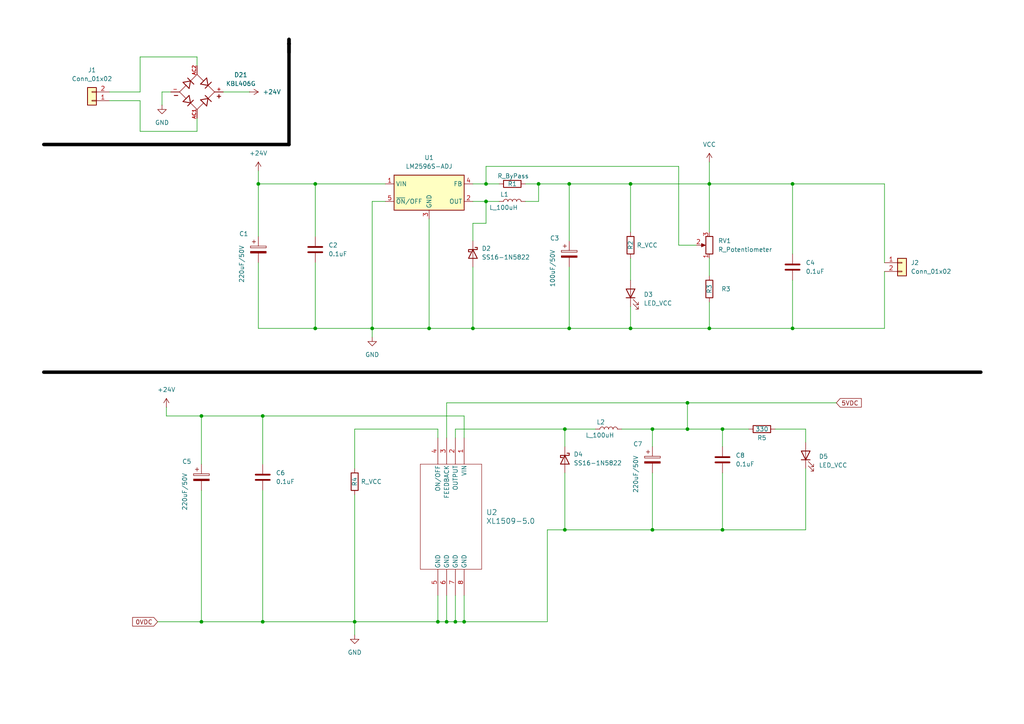
<source format=kicad_sch>
(kicad_sch (version 20250114) (generator "eeschema") (generator_version "9.0")
  (paper "A4")
  (lib_symbols
    (symbol "Connector_Generic:Conn_01x02" (pin_names (offset 1.016) (hide yes))
      (property "Reference" "J" (at 0 2.54 0))
      (property "Value" "Conn_01x02" (at 0 -5.08 0))
      (symbol "Conn_01x02_1_1"
        (rectangle (start -1.27 1.27) (end 1.27 -3.81) (stroke (width 0.254)) (fill (type background)))
        (rectangle (start -1.27 0.127) (end 0 -0.127) (stroke (width 0.1524)))
        (rectangle (start -1.27 -2.413) (end 0 -2.667) (stroke (width 0.1524)))
        (pin passive line (at -5.08 0 0) (length 3.81) (name "Pin_1") (number "1"))
        (pin passive line (at -5.08 -2.54 0) (length 3.81) (name "Pin_2") (number "2"))
      )
    )
    (symbol "Device:C" (pin_numbers (hide yes)) (pin_names (offset 0.254))
      (property "Reference" "C" (at 0.635 2.54 0))
      (property "Value" "C" (at 0.635 -2.54 0))
      (symbol "C_0_1"
        (polyline (pts (xy -2.032 0.762) (xy 2.032 0.762)) (stroke (width 0.508)))
        (polyline (pts (xy -2.032 -0.762) (xy 2.032 -0.762)) (stroke (width 0.508)))
      )
      (symbol "C_1_1"
        (pin passive line (at 0 3.81 270) (length 2.794) (name "~") (number "1"))
        (pin passive line (at 0 -3.81 90) (length 2.794) (name "~") (number "2"))
      )
    )
    (symbol "Device:C_Polarized" (pin_numbers (hide yes)) (pin_names (offset 0.254))
      (property "Reference" "C" (at 0.635 2.54 0))
      (property "Value" "C_Polarized" (at 0.635 -2.54 0))
      (symbol "C_Polarized_0_1"
        (rectangle (start -2.286 0.508) (end 2.286 1.016))
        (polyline (pts (xy -1.778 2.286) (xy -0.762 2.286)))
        (polyline (pts (xy -1.27 2.794) (xy -1.27 1.778)))
        (rectangle (start 2.286 -0.508) (end -2.286 -1.016) (fill (type outline)))
      )
      (symbol "C_Polarized_1_1"
        (pin passive line (at 0 3.81 270) (length 2.794) (name "~") (number "1"))
        (pin passive line (at 0 -3.81 90) (length 2.794) (name "~") (number "2"))
      )
    )
    (symbol "Device:L" (pin_numbers (hide yes)) (pin_names (offset 1.016) (hide yes))
      (property "Reference" "L" (at -1.27 0 90))
      (property "Value" "L" (at 1.905 0 90))
      (symbol "L_0_1"
        (arc (start 0 2.54) (mid 0.6323 1.905) (end 0 1.27))
        (arc (start 0 1.27) (mid 0.6323 0.635) (end 0 0))
        (arc (start 0 0) (mid 0.6323 -0.635) (end 0 -1.27))
        (arc (start 0 -1.27) (mid 0.6323 -1.905) (end 0 -2.54))
      )
      (symbol "L_1_1"
        (pin passive line (at 0 3.81 270) (length 1.27) (name "1") (number "1"))
        (pin passive line (at 0 -3.81 90) (length 1.27) (name "2") (number "2"))
      )
    )
    (symbol "Device:LED" (pin_numbers (hide yes)) (pin_names (offset 1.016) (hide yes))
      (property "Reference" "D" (at 0 2.54 0))
      (property "Value" "LED" (at 0 -2.54 0))
      (symbol "LED_0_1"
        (polyline (pts (xy -3.048 -0.762) (xy -4.572 -2.286) (xy -3.81 -2.286) (xy -4.572 -2.286) (xy -4.572 -1.524)))
        (polyline (pts (xy -1.778 -0.762) (xy -3.302 -2.286) (xy -2.54 -2.286) (xy -3.302 -2.286) (xy -3.302 -1.524)))
        (polyline (pts (xy -1.27 0) (xy 1.27 0)))
        (polyline (pts (xy -1.27 -1.27) (xy -1.27 1.27)) (stroke (width 0.254)))
        (polyline (pts (xy 1.27 -1.27) (xy 1.27 1.27) (xy -1.27 0) (xy 1.27 -1.27)) (stroke (width 0.254)))
      )
      (symbol "LED_1_1"
        (pin passive line (at -3.81 0 0) (length 2.54) (name "K") (number "1"))
        (pin passive line (at 3.81 0 180) (length 2.54) (name "A") (number "2"))
      )
    )
    (symbol "Device:R" (pin_numbers (hide yes)) (pin_names (offset 0))
      (property "Reference" "R" (at 2.032 0 90))
      (property "Value" "R" (at 0 0 90))
      (symbol "R_0_1"
        (rectangle (start -1.016 -2.54) (end 1.016 2.54) (stroke (width 0.254)))
      )
      (symbol "R_1_1"
        (pin passive line (at 0 3.81 270) (length 1.27) (name "~") (number "1"))
        (pin passive line (at 0 -3.81 90) (length 1.27) (name "~") (number "2"))
      )
    )
    (symbol "Device:R_Potentiometer" (pin_names (offset 1.016) (hide yes))
      (property "Reference" "RV" (at -4.445 0 90))
      (property "Value" "R_Potentiometer" (at -2.54 0 90))
      (symbol "R_Potentiometer_0_1"
        (rectangle (start 1.016 2.54) (end -1.016 -2.54) (stroke (width 0.254)))
        (polyline (pts (xy 1.143 0) (xy 2.286 0.508) (xy 2.286 -0.508) (xy 1.143 0)) (fill (type outline)))
        (polyline (pts (xy 2.54 0) (xy 1.524 0)))
      )
      (symbol "R_Potentiometer_1_1"
        (pin passive line (at 0 3.81 270) (length 1.27) (name "1") (number "1"))
        (pin passive line (at 0 -3.81 90) (length 1.27) (name "3") (number "3"))
        (pin passive line (at 3.81 0 180) (length 1.27) (name "2") (number "2"))
      )
    )
    (symbol "Diode:SB5H90" (pin_numbers (hide yes)) (pin_names (offset 1.016) (hide yes))
      (property "Reference" "D" (at 0 2.54 0))
      (property "Value" "SB5H90" (at 0 -2.54 0))
      (symbol "SB5H90_0_1"
        (polyline (pts (xy -1.905 0.635) (xy -1.905 1.27) (xy -1.27 1.27) (xy -1.27 -1.27) (xy -0.635 -1.27) (xy -0.635 -0.635)) (stroke (width 0.254)))
        (polyline (pts (xy 1.27 1.27) (xy 1.27 -1.27) (xy -1.27 0) (xy 1.27 1.27)) (stroke (width 0.254)))
        (polyline (pts (xy 1.27 0) (xy -1.27 0)))
      )
      (symbol "SB5H90_1_1"
        (pin passive line (at -3.81 0 0) (length 2.54) (name "K") (number "1"))
        (pin passive line (at 3.81 0 180) (length 2.54) (name "A") (number "2"))
      )
    )
    (symbol "My_Symble_Library:KBL406G" (pin_names (offset 1.016))
      (property "Reference" "D" (at 5.08 5.08 0))
      (property "Value" "KBL406G" (at 5.08 -7.62 0))
      (symbol "KBL406G_0_0"
        (polyline (pts (xy -6.858 1.27) (xy -5.842 1.27)) (stroke (width 0.254)))
        (polyline (pts (xy -6.35 0.762) (xy -6.35 1.778)) (stroke (width 0.254)))
        (polyline (pts (xy -5.08 0) (xy -3.175 -1.905)) (stroke (width 0.1524)))
        (polyline (pts (xy -3.175 1.905) (xy -5.08 0)) (stroke (width 0.1524)))
        (polyline (pts (xy -3.175 1.905) (xy -2.794 4.064)) (stroke (width 0.254)))
        (polyline (pts (xy -3.175 1.905) (xy -1.016 2.286)) (stroke (width 0.254)))
        (polyline (pts (xy -3.175 -1.905) (xy -2.794 -4.064)) (stroke (width 0.254)))
        (polyline (pts (xy -3.175 -1.905) (xy -1.016 -2.286)) (stroke (width 0.254)))
        (polyline (pts (xy -2.3622 1.016) (xy -4.1402 2.794)) (stroke (width 0.254)))
        (polyline (pts (xy -2.3622 -1.0668) (xy -4.1402 -2.8448)) (stroke (width 0.254)))
        (polyline (pts (xy -1.016 2.286) (xy -2.794 4.064)) (stroke (width 0.254)))
        (polyline (pts (xy -1.016 -2.286) (xy -2.794 -4.064)) (stroke (width 0.254)))
        (polyline (pts (xy 0 5.08) (xy -1.8034 3.2766)) (stroke (width 0.1524)))
        (polyline (pts (xy 0 -5.08) (xy -1.8034 -3.2766)) (stroke (width 0.1524)))
        (polyline (pts (xy 0 -5.08) (xy 1.905 -3.175)) (stroke (width 0.1524)))
        (polyline (pts (xy 1.905 3.175) (xy 0 5.08)) (stroke (width 0.1524)))
        (polyline (pts (xy 1.905 3.175) (xy 2.286 1.016)) (stroke (width 0.254)))
        (polyline (pts (xy 1.905 3.175) (xy 4.064 2.794)) (stroke (width 0.254)))
        (polyline (pts (xy 1.905 -3.175) (xy 2.286 -1.016)) (stroke (width 0.254)))
        (polyline (pts (xy 1.905 -3.175) (xy 4.064 -2.794)) (stroke (width 0.254)))
        (polyline (pts (xy 2.7178 4.0386) (xy 1.0668 2.3876)) (stroke (width 0.254)))
        (polyline (pts (xy 2.7178 -4.0386) (xy 0.9398 -2.2606)) (stroke (width 0.254)))
        (polyline (pts (xy 3.2766 -1.8034) (xy 5.08 0)) (stroke (width 0.1524)))
        (polyline (pts (xy 4.064 2.794) (xy 2.286 1.016)) (stroke (width 0.254)))
        (polyline (pts (xy 4.064 -2.794) (xy 2.286 -1.016)) (stroke (width 0.254)))
        (polyline (pts (xy 5.08 0) (xy 3.2766 1.8034)) (stroke (width 0.1524)))
        (polyline (pts (xy 5.588 1.016) (xy 6.604 1.016)) (stroke (width 0.254)))
        (pin passive line (at -7.62 0 0) (length 2.54) (name "~") (number "+"))
        (pin passive line (at 0 7.62 270) (length 2.54) (name "~") (number "AC1"))
        (pin passive line (at 0 -7.62 90) (length 2.54) (name "~") (number "AC2"))
        (pin passive line (at 7.62 0 180) (length 2.54) (name "~") (number "-"))
      )
    )
    (symbol "Regulator_Switching:LM2596S-ADJ"
      (property "Reference" "U" (at -10.16 6.35 0))
      (property "Value" "LM2596S-ADJ" (at 0 6.35 0))
      (symbol "LM2596S-ADJ_0_1"
        (rectangle (start -10.16 5.08) (end 10.16 -5.08) (stroke (width 0.254)) (fill (type background)))
      )
      (symbol "LM2596S-ADJ_1_1"
        (pin power_in line (at -12.7 2.54 0) (length 2.54) (name "VIN") (number "1"))
        (pin input line (at -12.7 -2.54 0) (length 2.54) (name "~{ON}/OFF") (number "5"))
        (pin power_in line (at 0 -7.62 90) (length 2.54) (name "GND") (number "3"))
        (pin input line (at 12.7 2.54 180) (length 2.54) (name "FB") (number "4"))
        (pin output line (at 12.7 -2.54 180) (length 2.54) (name "OUT") (number "2"))
      )
    )
    (symbol "XL1509_5V:XL1509-5.0" (pin_names (offset 0.254))
      (property "Reference" "U" (at 22.86 10.16 0))
      (property "Value" "XL1509-5.0" (at 22.86 7.62 0))
      (symbol "XL1509-5.0_0_1"
        (polyline (pts (xy 7.62 5.08) (xy 7.62 -12.7)) (stroke (width 0.127)))
        (polyline (pts (xy 7.62 -12.7) (xy 38.1 -12.7)) (stroke (width 0.127)))
        (polyline (pts (xy 38.1 5.08) (xy 7.62 5.08)) (stroke (width 0.127)))
        (polyline (pts (xy 38.1 -12.7) (xy 38.1 5.08)) (stroke (width 0.127)))
        (pin power_in line (at 0 0 0) (length 7.62) (name "VIN") (number "1"))
        (pin output line (at 0 -2.54 0) (length 7.62) (name "OUTPUT") (number "2"))
        (pin input line (at 0 -5.08 0) (length 7.62) (name "FEEDBACK") (number "3"))
        (pin input line (at 0 -7.62 0) (length 7.62) (name "ON/OFF") (number "4"))
        (pin power_out line (at 45.72 0 180) (length 7.62) (name "GND") (number "8"))
        (pin power_out line (at 45.72 -2.54 180) (length 7.62) (name "GND") (number "7"))
        (pin power_out line (at 45.72 -5.08 180) (length 7.62) (name "GND") (number "6"))
        (pin power_out line (at 45.72 -7.62 180) (length 7.62) (name "GND") (number "5"))
      )
    )
    (symbol "power:+24V" (power) (pin_numbers (hide yes)) (pin_names (offset 0) (hide yes))
      (property "Value" "+24V" (at 0 3.556 0))
      (symbol "+24V_0_1"
        (polyline (pts (xy -0.762 1.27) (xy 0 2.54)))
        (polyline (pts (xy 0 2.54) (xy 0.762 1.27)))
        (polyline (pts (xy 0 0) (xy 0 2.54)))
      )
      (symbol "+24V_1_1"
        (pin power_in line (at 0 0 90) (length 0) (name "~") (number "1"))
      )
    )
    (symbol "power:GND" (power) (pin_numbers (hide yes)) (pin_names (offset 0) (hide yes))
      (property "Value" "GND" (at 0 -3.81 0))
      (symbol "GND_0_1"
        (polyline (pts (xy 0 0) (xy 0 -1.27) (xy 1.27 -1.27) (xy 0 -2.54) (xy -1.27 -1.27) (xy 0 -1.27)))
      )
      (symbol "GND_1_1"
        (pin power_in line (at 0 0 270) (length 0) (name "~") (number "1"))
      )
    )
    (symbol "power:VCC" (power) (pin_numbers (hide yes)) (pin_names (offset 0) (hide yes))
      (property "Value" "VCC" (at 0 3.556 0))
      (symbol "VCC_0_1"
        (polyline (pts (xy -0.762 1.27) (xy 0 2.54)))
        (polyline (pts (xy 0 2.54) (xy 0.762 1.27)))
        (polyline (pts (xy 0 0) (xy 0 2.54)))
      )
      (symbol "VCC_1_1"
        (pin power_in line (at 0 0 90) (length 0) (name "~") (number "1"))
      )
    )
  )
  (junction (at 91.44 53.34))
  (junction (at 205.74 95.25))
  (junction (at 127 180.34))
  (junction (at 199.39 124.46))
  (junction (at 137.16 95.25))
  (junction (at 58.42 180.34))
  (junction (at 134.62 180.34))
  (junction (at 58.42 120.65))
  (junction (at 129.54 180.34))
  (junction (at 102.87 180.34))
  (junction (at 140.97 58.42))
  (junction (at 76.2 120.65))
  (junction (at 199.39 116.84))
  (junction (at 163.83 124.46))
  (junction (at 182.88 95.25))
  (junction (at 163.83 153.67))
  (junction (at 209.55 153.67))
  (junction (at 156.21 53.34))
  (junction (at 205.74 53.34))
  (junction (at 76.2 180.34))
  (junction (at 124.46 95.25))
  (junction (at 229.87 95.25))
  (junction (at 189.23 124.46))
  (junction (at 132.08 180.34))
  (junction (at 229.87 53.34))
  (junction (at 74.93 53.34))
  (junction (at 165.1 95.25))
  (junction (at 165.1 53.34))
  (junction (at 182.88 53.34))
  (junction (at 107.95 95.25))
  (junction (at 189.23 153.67))
  (junction (at 209.55 124.46))
  (junction (at 91.44 95.25))
  (junction (at 140.97 53.34))
  (wire (pts (xy 31.75 26.67) (xy 40.64 26.67)))
  (wire (pts (xy 209.55 124.46) (xy 209.55 129.54)))
  (wire (pts (xy 229.87 95.25) (xy 256.54 95.25)))
  (wire (pts (xy 209.55 153.67) (xy 233.68 153.67)))
  (wire (pts (xy 134.62 172.72) (xy 134.62 180.34)))
  (wire (pts (xy 224.79 124.46) (xy 233.68 124.46)))
  (wire (pts (xy 31.75 29.21) (xy 40.64 29.21)))
  (wire (pts (xy 189.23 153.67) (xy 209.55 153.67)))
  (wire (pts (xy 40.64 38.1) (xy 57.15 38.1)))
  (wire (pts (xy 182.88 67.31) (xy 182.88 53.34)))
  (wire (pts (xy 132.08 180.34) (xy 134.62 180.34)))
  (wire (pts (xy 76.2 142.24) (xy 76.2 180.34)))
  (wire (pts (xy 156.21 53.34) (xy 165.1 53.34)))
  (wire (pts (xy 152.4 58.42) (xy 156.21 58.42)))
  (wire (pts (xy 205.74 53.34) (xy 205.74 67.31)))
  (wire (pts (xy 256.54 78.74) (xy 256.54 95.25)))
  (wire (pts (xy 140.97 58.42) (xy 144.78 58.42)))
  (wire (pts (xy 182.88 74.93) (xy 182.88 81.28)))
  (wire (pts (xy 102.87 135.89) (xy 102.87 124.46)))
  (wire (pts (xy 58.42 142.24) (xy 58.42 180.34)))
  (wire (pts (xy 182.88 88.9) (xy 182.88 95.25)))
  (wire (pts (xy 76.2 180.34) (xy 102.87 180.34)))
  (wire (pts (xy 91.44 53.34) (xy 111.76 53.34)))
  (wire (pts (xy 91.44 76.2) (xy 91.44 95.25)))
  (wire (pts (xy 48.26 118.11) (xy 48.26 120.65)))
  (wire (pts (xy 102.87 143.51) (xy 102.87 180.34)))
  (wire (pts (xy 58.42 120.65) (xy 76.2 120.65)))
  (wire (pts (xy 196.85 48.26) (xy 140.97 48.26)))
  (wire (pts (xy 163.83 124.46) (xy 172.72 124.46)))
  (wire (pts (xy 205.74 46.99) (xy 205.74 53.34)))
  (wire (pts (xy 127 172.72) (xy 127 180.34)))
  (wire (pts (xy 209.55 124.46) (xy 217.17 124.46)))
  (wire (pts (xy 199.39 116.84) (xy 199.39 124.46)))
  (wire (pts (xy 229.87 73.66) (xy 229.87 53.34)))
  (wire (pts (xy 132.08 127) (xy 132.08 124.46)))
  (wire (pts (xy 91.44 95.25) (xy 107.95 95.25)))
  (wire (pts (xy 58.42 120.65) (xy 58.42 134.62)))
  (wire (pts (xy 74.93 95.25) (xy 91.44 95.25)))
  (wire (pts (xy 182.88 95.25) (xy 205.74 95.25)))
  (polyline (pts (xy 12.7 41.91) (xy 83.82 41.91)) (stroke (width 1) (type solid) (color 0 0 0 1)))
  (wire (pts (xy 205.74 95.25) (xy 229.87 95.25)))
  (wire (pts (xy 129.54 116.84) (xy 199.39 116.84)))
  (wire (pts (xy 165.1 95.25) (xy 182.88 95.25)))
  (wire (pts (xy 233.68 135.89) (xy 233.68 153.67)))
  (wire (pts (xy 140.97 58.42) (xy 140.97 64.77)))
  (wire (pts (xy 189.23 124.46) (xy 199.39 124.46)))
  (wire (pts (xy 129.54 172.72) (xy 129.54 180.34)))
  (wire (pts (xy 107.95 95.25) (xy 124.46 95.25)))
  (wire (pts (xy 158.75 153.67) (xy 163.83 153.67)))
  (wire (pts (xy 163.83 153.67) (xy 189.23 153.67)))
  (polyline (pts (xy 83.82 12.7) (xy 83.82 41.91)) (stroke (width 1) (type solid) (color 0 0 0 1)))
  (wire (pts (xy 74.93 76.2) (xy 74.93 95.25)))
  (wire (pts (xy 137.16 64.77) (xy 140.97 64.77)))
  (wire (pts (xy 40.64 16.51) (xy 57.15 16.51)))
  (wire (pts (xy 165.1 77.47) (xy 165.1 95.25)))
  (wire (pts (xy 165.1 53.34) (xy 165.1 69.85)))
  (polyline (pts (xy 83.82 12.7) (xy 83.82 12.7)) (stroke (width 1) (type solid) (color 0 0 0 1)))
  (wire (pts (xy 127 124.46) (xy 127 127)))
  (wire (pts (xy 163.83 124.46) (xy 163.83 129.54)))
  (polyline (pts (xy 12.7 107.95) (xy 284.48 107.95)) (stroke (width 1) (type solid) (color 0 0 0 1)))
  (wire (pts (xy 137.16 77.47) (xy 137.16 95.25)))
  (wire (pts (xy 199.39 116.84) (xy 242.57 116.84)))
  (wire (pts (xy 74.93 53.34) (xy 74.93 68.58)))
  (wire (pts (xy 256.54 76.2) (xy 256.54 53.34)))
  (wire (pts (xy 58.42 180.34) (xy 76.2 180.34)))
  (polyline (pts (xy 83.82 12.7) (xy 83.82 12.7)) (stroke (width 1) (type solid) (color 0 0 0 1)))
  (wire (pts (xy 40.64 29.21) (xy 40.64 38.1)))
  (wire (pts (xy 48.26 120.65) (xy 58.42 120.65)))
  (wire (pts (xy 189.23 137.16) (xy 189.23 153.67)))
  (wire (pts (xy 233.68 124.46) (xy 233.68 128.27)))
  (wire (pts (xy 45.72 180.34) (xy 58.42 180.34)))
  (wire (pts (xy 102.87 180.34) (xy 127 180.34)))
  (wire (pts (xy 57.15 16.51) (xy 57.15 19.05)))
  (wire (pts (xy 158.75 180.34) (xy 158.75 153.67)))
  (wire (pts (xy 132.08 172.72) (xy 132.08 180.34)))
  (wire (pts (xy 74.93 49.53) (xy 74.93 53.34)))
  (wire (pts (xy 205.74 74.93) (xy 205.74 80.01)))
  (wire (pts (xy 91.44 53.34) (xy 91.44 68.58)))
  (wire (pts (xy 165.1 53.34) (xy 182.88 53.34)))
  (wire (pts (xy 124.46 63.5) (xy 124.46 95.25)))
  (wire (pts (xy 137.16 95.25) (xy 165.1 95.25)))
  (wire (pts (xy 229.87 81.28) (xy 229.87 95.25)))
  (wire (pts (xy 199.39 124.46) (xy 209.55 124.46)))
  (wire (pts (xy 134.62 120.65) (xy 134.62 127)))
  (wire (pts (xy 107.95 95.25) (xy 107.95 97.79)))
  (wire (pts (xy 57.15 38.1) (xy 57.15 34.29)))
  (wire (pts (xy 140.97 48.26) (xy 140.97 53.34)))
  (wire (pts (xy 137.16 69.85) (xy 137.16 64.77)))
  (wire (pts (xy 102.87 124.46) (xy 127 124.46)))
  (wire (pts (xy 102.87 180.34) (xy 102.87 184.15)))
  (wire (pts (xy 140.97 53.34) (xy 144.78 53.34)))
  (wire (pts (xy 229.87 53.34) (xy 205.74 53.34)))
  (wire (pts (xy 134.62 180.34) (xy 158.75 180.34)))
  (wire (pts (xy 40.64 26.67) (xy 40.64 16.51)))
  (wire (pts (xy 64.77 26.67) (xy 72.39 26.67)))
  (wire (pts (xy 49.53 26.67) (xy 46.99 26.67)))
  (polyline (pts (xy 83.82 11.43) (xy 83.82 15.24)) (stroke (width 1) (type solid) (color 0 0 0 1)))
  (wire (pts (xy 137.16 58.42) (xy 140.97 58.42)))
  (wire (pts (xy 76.2 134.62) (xy 76.2 120.65)))
  (wire (pts (xy 107.95 58.42) (xy 107.95 95.25)))
  (wire (pts (xy 129.54 180.34) (xy 132.08 180.34)))
  (wire (pts (xy 137.16 53.34) (xy 140.97 53.34)))
  (wire (pts (xy 127 180.34) (xy 129.54 180.34)))
  (polyline (pts (xy 83.82 12.7) (xy 83.82 12.7)) (stroke (width 1) (type solid) (color 0 0 0 1)))
  (wire (pts (xy 180.34 124.46) (xy 189.23 124.46)))
  (polyline (pts (xy 83.82 11.43) (xy 83.82 12.7)) (stroke (width 1) (type solid) (color 0 0 0 1)))
  (wire (pts (xy 152.4 53.34) (xy 156.21 53.34)))
  (wire (pts (xy 196.85 71.12) (xy 196.85 48.26)))
  (wire (pts (xy 163.83 137.16) (xy 163.83 153.67)))
  (wire (pts (xy 74.93 53.34) (xy 91.44 53.34)))
  (wire (pts (xy 156.21 58.42) (xy 156.21 53.34)))
  (wire (pts (xy 182.88 53.34) (xy 205.74 53.34)))
  (wire (pts (xy 209.55 137.16) (xy 209.55 153.67)))
  (wire (pts (xy 132.08 124.46) (xy 163.83 124.46)))
  (wire (pts (xy 124.46 95.25) (xy 137.16 95.25)))
  (wire (pts (xy 189.23 124.46) (xy 189.23 129.54)))
  (wire (pts (xy 129.54 127) (xy 129.54 116.84)))
  (wire (pts (xy 46.99 26.67) (xy 46.99 30.48)))
  (wire (pts (xy 229.87 53.34) (xy 256.54 53.34)))
  (wire (pts (xy 201.93 71.12) (xy 196.85 71.12)))
  (wire (pts (xy 111.76 58.42) (xy 107.95 58.42)))
  (wire (pts (xy 76.2 120.65) (xy 134.62 120.65)))
  (wire (pts (xy 205.74 87.63) (xy 205.74 95.25)))
  (global_label "0VDC" (shape input) (at 45.72 180.34 180) (property "Intersheetrefs" "${INTERSHEET_REFS}" (effects (hide yes))))
  (global_label "5VDC" (shape input) (at 242.57 116.84 0) (property "Intersheetrefs" "${INTERSHEET_REFS}" (effects (hide yes))))
  (symbol (lib_id "power:GND") (at 102.87 184.15 0) (unit 1)
    (property "Reference" "#PWR033" (effects (hide yes)))
    (property "Value" "GND" (at 102.87 189.23 0))
    (property "Description" "Power symbol creates a global label with name \"GND\" , ground" (effects (hide yes)))
  )
  (symbol (lib_id "Device:R") (at 182.88 71.12 180) (unit 1)
    (property "Reference" "R2" (at 182.88 71.12 90))
    (property "Value" "R_VCC" (at 187.706 71.12 0))
    (property "Footprint" "Resistor_SMD:R_0805_2012Metric_Pad1.20x1.40mm_HandSolder" (effects (hide yes)))
    (property "Description" "Resistor" (effects (hide yes)))
  )
  (symbol (lib_id "Device:R_Potentiometer") (at 205.74 71.12 180) (unit 1)
    (property "Reference" "RV1" (at 208.28 69.8499 0) (effects (justify right)))
    (property "Value" "R_Potentiometer" (at 208.28 72.3899 0) (effects (justify right)))
    (property "Footprint" "Potentiometer_THT:Potentiometer_Bourns_3296W_Vertical" (effects (hide yes)))
    (property "Description" "Potentiometer" (effects (hide yes)))
  )
  (symbol (lib_id "power:GND") (at 46.99 30.48 0) (unit 1)
    (property "Reference" "#PWR01" (effects (hide yes)))
    (property "Value" "GND" (at 46.99 35.56 0))
    (property "Description" "Power symbol creates a global label with name \"GND\" , ground" (effects (hide yes)))
  )
  (symbol (lib_id "power:GND") (at 107.95 97.79 0) (unit 1)
    (property "Reference" "#PWR04" (effects (hide yes)))
    (property "Value" "GND" (at 107.95 102.87 0))
    (property "Description" "Power symbol creates a global label with name \"GND\" , ground" (effects (hide yes)))
  )
  (symbol (lib_id "Device:C") (at 76.2 138.43 0) (unit 1)
    (property "Reference" "C6" (at 80.01 137.1599 0) (effects (justify left)))
    (property "Value" "0.1uF" (at 80.01 139.6999 0) (effects (justify left)))
    (property "Footprint" "Capacitor_SMD:C_0805_2012Metric_Pad1.18x1.45mm_HandSolder" (effects (hide yes)))
    (property "Description" "Unpolarized capacitor" (effects (hide yes)))
  )
  (symbol (lib_id "power:+24V") (at 72.39 26.67 270) (unit 1)
    (property "Reference" "#PWR02" (effects (hide yes)))
    (property "Value" "+24V" (at 76.2 26.6699 90) (effects (justify left)))
    (property "Description" "Power symbol creates a global label with name \"+24V\"" (effects (hide yes)))
  )
  (symbol (lib_id "Device:R") (at 102.87 139.7 180) (unit 1)
    (property "Reference" "R4" (at 102.87 139.7 90))
    (property "Value" "R_VCC" (at 107.696 139.7 0))
    (property "Footprint" "Resistor_SMD:R_0805_2012Metric" (effects (hide yes)))
    (property "Description" "Resistor" (effects (hide yes)))
  )
  (symbol (lib_id "Device:C") (at 209.55 133.35 0) (unit 1)
    (property "Reference" "C8" (at 213.36 132.0799 0) (effects (justify left)))
    (property "Value" "0.1uF" (at 213.36 134.6199 0) (effects (justify left)))
    (property "Footprint" "Capacitor_SMD:C_0805_2012Metric_Pad1.18x1.45mm_HandSolder" (effects (hide yes)))
    (property "Description" "Unpolarized capacitor" (effects (hide yes)))
  )
  (symbol (lib_id "Device:R") (at 205.74 83.82 180) (unit 1)
    (property "Reference" "R3" (at 205.74 83.82 90))
    (property "Value" "R3" (at 210.566 83.82 0))
    (property "Footprint" "Resistor_SMD:R_0805_2012Metric" (effects (hide yes)))
    (property "Description" "Resistor" (effects (hide yes)))
  )
  (symbol (lib_id "Device:C_Polarized") (at 165.1 73.66 0) (unit 1)
    (property "Reference" "C3" (at 159.512 69.088 0) (effects (justify left)))
    (property "Value" "100uF/50V" (at 160.274 83.312 90) (effects (justify left)))
    (property "Footprint" "Capacitor_THT:CP_Radial_D8.0mm_P3.80mm" (effects (hide yes)))
    (property "Description" "Polarized capacitor" (effects (hide yes)))
  )
  (symbol (lib_id "Diode:SB5H90") (at 137.16 73.66 270) (unit 1)
    (property "Reference" "D2" (at 139.7 72.0724 90) (effects (justify left)))
    (property "Value" "SS16-1N5822" (at 139.7 74.6124 90) (effects (justify left)))
    (property "Footprint" "Diode_THT:D_DO-201AD_P15.24mm_Horizontal" (effects (hide yes)))
    (property "Datasheet" "https://www.vishay.com/docs/88722/sb5h90.pdf" (effects (hide yes)))
    (property "Description" "90V 5A Schottky Barrier Rectifier Diode, DO-201AD" (effects (hide yes)))
  )
  (symbol (lib_id "Diode:SB5H90") (at 163.83 133.35 270) (unit 1)
    (property "Reference" "D4" (at 166.37 131.7624 90) (effects (justify left)))
    (property "Value" "SS16-1N5822" (at 166.37 134.3024 90) (effects (justify left)))
    (property "Footprint" "Diode_THT:D_DO-201AD_P15.24mm_Horizontal" (effects (hide yes)))
    (property "Datasheet" "https://www.vishay.com/docs/88722/sb5h90.pdf" (effects (hide yes)))
    (property "Description" "90V 5A Schottky Barrier Rectifier Diode, DO-201AD" (effects (hide yes)))
  )
  (symbol (lib_id "Device:R") (at 148.59 53.34 90) (unit 1)
    (property "Reference" "R1" (at 148.59 53.34 90))
    (property "Value" "R_ByPass" (at 148.844 51.054 90))
    (property "Footprint" "Resistor_SMD:R_0805_2012Metric" (effects (hide yes)))
    (property "Description" "Resistor" (effects (hide yes)))
  )
  (symbol (lib_id "Device:C") (at 229.87 77.47 0) (unit 1)
    (property "Reference" "C4" (at 233.68 76.1999 0) (effects (justify left)))
    (property "Value" "0.1uF" (at 233.68 78.7399 0) (effects (justify left)))
    (property "Footprint" "Capacitor_SMD:C_0805_2012Metric_Pad1.18x1.45mm_HandSolder" (effects (hide yes)))
    (property "Description" "Unpolarized capacitor" (effects (hide yes)))
  )
  (symbol (lib_id "Device:LED") (at 233.68 132.08 90) (unit 1)
    (property "Reference" "D5" (at 237.49 132.3974 90) (effects (justify right)))
    (property "Value" "LED_VCC" (at 237.49 134.9374 90) (effects (justify right)))
    (property "Footprint" "Inductor_SMD:L_0805_2012Metric_Pad1.15x1.40mm_HandSolder" (effects (hide yes)))
    (property "Description" "Light emitting diode" (effects (hide yes)))
    (property "Sim.Pins" "1=K 2=A" (effects (hide yes)))
  )
  (symbol (lib_id "Device:LED") (at 182.88 85.09 90) (unit 1)
    (property "Reference" "D3" (at 186.69 85.4074 90) (effects (justify right)))
    (property "Value" "LED_VCC" (at 186.69 87.9474 90) (effects (justify right)))
    (property "Footprint" "Inductor_SMD:L_0805_2012Metric_Pad1.15x1.40mm_HandSolder" (effects (hide yes)))
    (property "Description" "Light emitting diode" (effects (hide yes)))
    (property "Sim.Pins" "1=K 2=A" (effects (hide yes)))
  )
  (symbol (lib_id "Regulator_Switching:LM2596S-ADJ") (at 124.46 55.88 0) (unit 1)
    (property "Reference" "U1" (at 124.46 45.72 0))
    (property "Value" "LM2596S-ADJ" (at 124.46 48.26 0))
    (property "Footprint" "Package_TO_SOT_SMD:TO-263-5_TabPin3" (effects (hide yes)))
    (property "Datasheet" "http://www.ti.com/lit/ds/symlink/lm2596.pdf" (effects (hide yes)))
    (property "Description" "Adjustable 3A Step-Down Voltage Regulator, TO-263" (effects (hide yes)))
  )
  (symbol (lib_id "Device:R") (at 220.98 124.46 90) (unit 1)
    (property "Reference" "R5" (at 220.98 127 90))
    (property "Value" "330" (at 220.98 124.46 90))
    (property "Footprint" "Resistor_SMD:R_0805_2012Metric" (effects (hide yes)))
    (property "Description" "Resistor" (effects (hide yes)))
  )
  (symbol (lib_id "My_Symble_Library:KBL406G") (at 57.15 26.67 180) (unit 1)
    (property "Reference" "D21" (at 69.85 21.7168 0))
    (property "Value" "KBL406G" (at 69.85 24.2568 0))
    (property "Footprint" "My_Footprint_Library:SIP600W130P510L1900H1630Q4" (effects (hide yes)))
    (property "MF" "Comchip Technology" (effects (hide yes)))
    (property "MAXIMUM_PACKAGE_HEIGHT" "16.30 mm" (effects (hide yes)))
    (property "Package" "SIP-4 Comchip Technology" (effects (hide yes)))
    (property "Price" "None" (effects (hide yes)))
    (property "Check_prices" "https://www.snapeda.com/parts/KBL406-G/Comchip/view-part/?ref=eda" (effects (hide yes)))
    (property "STANDARD" "IPC-7351B" (effects (hide yes)))
    (property "PARTREV" "I2103" (effects (hide yes)))
    (property "SnapEDA_Link" "https://www.snapeda.com/parts/KBL406-G/Comchip/view-part/?ref=snap" (effects (hide yes)))
    (property "MP" "KBL406-G" (effects (hide yes)))
    (property "Description_1" "Bridge Rectifier Single Phase Standard 600 V Through Hole KBL" (effects (hide yes)))
    (property "Availability" "In Stock" (effects (hide yes)))
    (property "MANUFACTURER" "Taiwan Semiconductor" (effects (hide yes)))
  )
  (symbol (lib_id "power:+24V") (at 48.26 118.11 0) (unit 1)
    (property "Reference" "#PWR06" (effects (hide yes)))
    (property "Value" "+24V" (at 48.26 113.03 0))
    (property "Description" "Power symbol creates a global label with name \"+24V\"" (effects (hide yes)))
  )
  (symbol (lib_id "Device:C_Polarized") (at 74.93 72.39 0) (unit 1)
    (property "Reference" "C1" (at 69.342 67.818 0) (effects (justify left)))
    (property "Value" "220uF/50V" (at 70.104 82.042 90) (effects (justify left)))
    (property "Footprint" "Capacitor_THT:CP_Radial_D8.0mm_P3.80mm" (effects (hide yes)))
    (property "Description" "Polarized capacitor" (effects (hide yes)))
  )
  (symbol (lib_id "Device:C_Polarized") (at 58.42 138.43 0) (unit 1)
    (property "Reference" "C5" (at 52.832 133.858 0) (effects (justify left)))
    (property "Value" "220uF/50V" (at 53.594 148.082 90) (effects (justify left)))
    (property "Footprint" "Capacitor_THT:CP_Radial_D8.0mm_P3.80mm" (effects (hide yes)))
    (property "Description" "Polarized capacitor" (effects (hide yes)))
  )
  (symbol (lib_id "Device:C") (at 91.44 72.39 0) (unit 1)
    (property "Reference" "C2" (at 95.25 71.1199 0) (effects (justify left)))
    (property "Value" "0.1uF" (at 95.25 73.6599 0) (effects (justify left)))
    (property "Footprint" "Capacitor_SMD:C_0805_2012Metric_Pad1.18x1.45mm_HandSolder" (effects (hide yes)))
    (property "Description" "Unpolarized capacitor" (effects (hide yes)))
  )
  (symbol (lib_id "power:+24V") (at 74.93 49.53 0) (unit 1)
    (property "Reference" "#PWR05" (effects (hide yes)))
    (property "Value" "+24V" (at 74.93 44.45 0))
    (property "Description" "Power symbol creates a global label with name \"+24V\"" (effects (hide yes)))
  )
  (symbol (lib_id "XL1509_5V:XL1509-5.0") (at 134.62 127 270) (unit 1)
    (property "Reference" "U2" (at 140.97 148.5899 90) (effects (font (size 1.524 1.524)) (justify left)))
    (property "Value" "XL1509-5.0" (at 140.97 151.1299 90) (effects (font (size 1.524 1.524)) (justify left)))
    (property "Footprint" "Package_SO:SOP-8_3.76x4.96mm_P1.27mm" (effects (hide yes)))
    (property "Datasheet" "XL1509-5.0" (effects (hide yes)))
  )
  (symbol (lib_id "Device:C_Polarized") (at 189.23 133.35 0) (unit 1)
    (property "Reference" "C7" (at 183.642 128.778 0) (effects (justify left)))
    (property "Value" "220uF/50V" (at 184.404 143.002 90) (effects (justify left)))
    (property "Footprint" "Capacitor_THT:CP_Radial_D8.0mm_P3.80mm" (effects (hide yes)))
    (property "Description" "Polarized capacitor" (effects (hide yes)))
  )
  (symbol (lib_id "Device:L") (at 176.53 124.46 90) (unit 1)
    (property "Reference" "L2" (at 174.244 122.428 90))
    (property "Value" "L_100uH" (at 173.99 126.238 90))
    (property "Footprint" "Inductor_THT:L_Toroid_Vertical_L14.7mm_W8.6mm_P5.58mm_Pulse_KM-1" (effects (hide yes)))
    (property "Description" "Inductor" (effects (hide yes)))
  )
  (symbol (lib_id "Connector_Generic:Conn_01x02") (at 261.62 76.2 0) (unit 1)
    (property "Reference" "J2" (at 264.16 76.1999 0) (effects (justify left)))
    (property "Value" "Conn_01x02" (at 264.16 78.7399 0) (effects (justify left)))
    (property "Footprint" "TerminalBlock:TerminalBlock_bornier-2_P5.08mm" (effects (hide yes)))
    (property "Description" "Generic connector, single row, 01x02, script generated (kicad-library-utils/schlib/autogen/connector/)" (effects (hide yes)))
  )
  (symbol (lib_id "Connector_Generic:Conn_01x02") (at 26.67 29.21 180) (unit 1)
    (property "Reference" "J1" (at 26.67 20.32 0))
    (property "Value" "Conn_01x02" (at 26.67 22.86 0))
    (property "Footprint" "TerminalBlock:TerminalBlock_bornier-2_P5.08mm" (effects (hide yes)))
    (property "Description" "Generic connector, single row, 01x02, script generated (kicad-library-utils/schlib/autogen/connector/)" (effects (hide yes)))
  )
  (symbol (lib_id "power:VCC") (at 205.74 46.99 0) (unit 1)
    (property "Reference" "#PWR03" (effects (hide yes)))
    (property "Value" "VCC" (at 205.74 41.91 0))
    (property "Description" "Power symbol creates a global label with name \"VCC\"" (effects (hide yes)))
  )
  (symbol (lib_id "Device:L") (at 148.59 58.42 90) (unit 1)
    (property "Reference" "L1" (at 146.304 56.388 90))
    (property "Value" "L_100uH" (at 146.05 60.198 90))
    (property "Footprint" "Inductor_THT:L_Toroid_Vertical_L14.7mm_W8.6mm_P5.58mm_Pulse_KM-1" (effects (hide yes)))
    (property "Description" "Inductor" (effects (hide yes)))
  )
)
</source>
